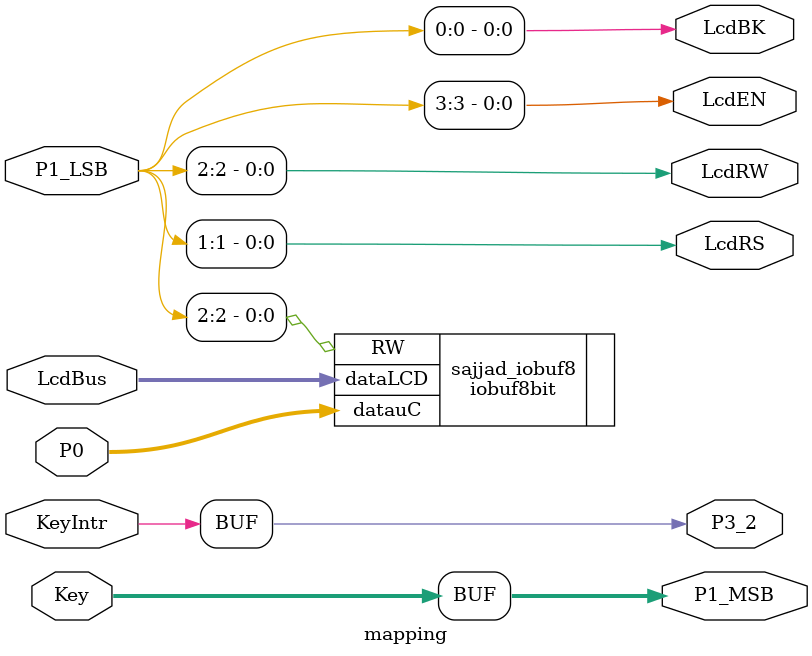
<source format=v>
module mapping(P0,
					P1_LSB,
					P1_MSB,
					P3_2,
					LcdBus,
					LcdRS,
					LcdRW,
					LcdEN,
					LcdBK,
					Key,
					KeyIntr
					);


inout [7:0] P0;
input [3:0] P1_LSB;
inout [7:0] LcdBus;
output [3:0] P1_MSB;
output P3_2;
output LcdRS;
output LcdRW;
output LcdEN;
output LcdBK;
input [3:0] Key;
input KeyIntr;

assign LcdBK = P1_LSB[0];
assign LcdRS = P1_LSB[1];
assign LcdRW = P1_LSB[2];
assign LcdEN = P1_LSB[3];

assign P1_MSB = Key;
assign P3_2	= KeyIntr;
// Instantiate the module
iobuf8bit sajjad_iobuf8 (
    .dataLCD(LcdBus), 
    .datauC(P0), 
    .RW(LcdRW)
    );
endmodule
</source>
